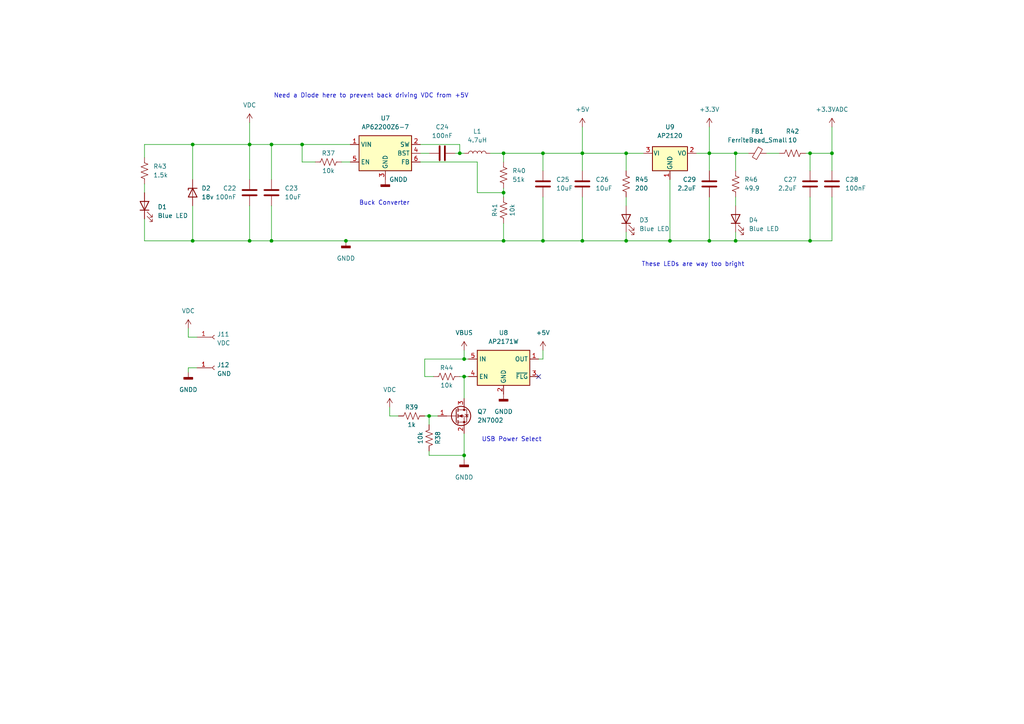
<source format=kicad_sch>
(kicad_sch (version 20211123) (generator eeschema)
  (paper "A4")
  (lib_symbols
    (symbol "Connector:Conn_01x01_Female" (pin_names (offset 1.016) hide)
      (property "Reference" "J" (at 0 2.54 0))
      (property "Value" "Conn_01x01_Female" (at 0 -2.54 0))
      (symbol "Conn_01x01_Female_1_1"
        (polyline (pts (xy -1.27 0) (xy -0.508 0)) (stroke (width 0.1524)))
        (arc (start 0 0.508) (mid -0.508 0) (end 0 -0.508) (stroke (width 0.1524)))
        (pin passive line (at -5.08 0 0) (length 3.81) (name "Pin_1") (number "1"))
      )
    )
    (symbol "Device:C" (pin_numbers hide) (pin_names (offset 0.254))
      (property "Reference" "C" (at 0.635 2.54 0))
      (property "Value" "C" (at 0.635 -2.54 0))
      (symbol "C_0_1"
        (polyline (pts (xy -2.032 -0.762) (xy 2.032 -0.762)) (stroke (width 0.508)))
        (polyline (pts (xy -2.032 0.762) (xy 2.032 0.762)) (stroke (width 0.508)))
      )
      (symbol "C_1_1"
        (pin passive line (at 0 3.81 270) (length 2.794) (name "~") (number "1"))
        (pin passive line (at 0 -3.81 90) (length 2.794) (name "~") (number "2"))
      )
    )
    (symbol "Device:D_Zener" (pin_numbers hide) (pin_names (offset 1.016) hide)
      (property "Reference" "D" (at 0 2.54 0))
      (property "Value" "D_Zener" (at 0 -2.54 0))
      (symbol "D_Zener_0_1"
        (polyline (pts (xy 1.27 0) (xy -1.27 0)))
        (polyline (pts (xy -1.27 -1.27) (xy -1.27 1.27) (xy -0.762 1.27)) (stroke (width 0.254)))
        (polyline (pts (xy 1.27 -1.27) (xy 1.27 1.27) (xy -1.27 0) (xy 1.27 -1.27)) (stroke (width 0.254)))
      )
      (symbol "D_Zener_1_1"
        (pin passive line (at -3.81 0 0) (length 2.54) (name "K") (number "1"))
        (pin passive line (at 3.81 0 180) (length 2.54) (name "A") (number "2"))
      )
    )
    (symbol "Device:FerriteBead_Small" (pin_numbers hide) (pin_names (offset 0))
      (property "Reference" "FB" (at 1.905 1.27 0))
      (property "Value" "FerriteBead_Small" (at 1.905 -1.27 0))
      (symbol "FerriteBead_Small_0_1"
        (polyline (pts (xy 0 -1.27) (xy 0 -0.7874)))
        (polyline (pts (xy 0 0.889) (xy 0 1.2954)))
        (polyline (pts (xy -1.8288 0.2794) (xy -1.1176 1.4986) (xy 1.8288 -0.2032) (xy 1.1176 -1.4224) (xy -1.8288 0.2794)))
      )
      (symbol "FerriteBead_Small_1_1"
        (pin passive line (at 0 2.54 270) (length 1.27) (name "~") (number "1"))
        (pin passive line (at 0 -2.54 90) (length 1.27) (name "~") (number "2"))
      )
    )
    (symbol "Device:L" (pin_numbers hide) (pin_names (offset 1.016) hide)
      (property "Reference" "L" (at -1.27 0 90))
      (property "Value" "L" (at 1.905 0 90))
      (symbol "L_0_1"
        (arc (start 0 -2.54) (mid 0.635 -1.905) (end 0 -1.27))
        (arc (start 0 -1.27) (mid 0.635 -0.635) (end 0 0))
        (arc (start 0 0) (mid 0.635 0.635) (end 0 1.27))
        (arc (start 0 1.27) (mid 0.635 1.905) (end 0 2.54))
      )
      (symbol "L_1_1"
        (pin passive line (at 0 3.81 270) (length 1.27) (name "1") (number "1"))
        (pin passive line (at 0 -3.81 90) (length 1.27) (name "2") (number "2"))
      )
    )
    (symbol "Device:LED" (pin_numbers hide) (pin_names (offset 1.016) hide)
      (property "Reference" "D" (at 0 2.54 0))
      (property "Value" "LED" (at 0 -2.54 0))
      (symbol "LED_0_1"
        (polyline (pts (xy -1.27 -1.27) (xy -1.27 1.27)) (stroke (width 0.254)))
        (polyline (pts (xy -1.27 0) (xy 1.27 0)))
        (polyline (pts (xy 1.27 -1.27) (xy 1.27 1.27) (xy -1.27 0) (xy 1.27 -1.27)) (stroke (width 0.254)))
        (polyline (pts (xy -3.048 -0.762) (xy -4.572 -2.286) (xy -3.81 -2.286) (xy -4.572 -2.286) (xy -4.572 -1.524)))
        (polyline (pts (xy -1.778 -0.762) (xy -3.302 -2.286) (xy -2.54 -2.286) (xy -3.302 -2.286) (xy -3.302 -1.524)))
      )
      (symbol "LED_1_1"
        (pin passive line (at -3.81 0 0) (length 2.54) (name "K") (number "1"))
        (pin passive line (at 3.81 0 180) (length 2.54) (name "A") (number "2"))
      )
    )
    (symbol "Device:R_US" (pin_numbers hide) (pin_names (offset 0))
      (property "Reference" "R" (at 2.54 0 90))
      (property "Value" "R_US" (at -2.54 0 90))
      (symbol "R_US_0_1"
        (polyline (pts (xy 0 -2.286) (xy 0 -2.54)))
        (polyline (pts (xy 0 2.286) (xy 0 2.54)))
        (polyline (pts (xy 0 -0.762) (xy 1.016 -1.143) (xy 0 -1.524) (xy -1.016 -1.905) (xy 0 -2.286)))
        (polyline (pts (xy 0 0.762) (xy 1.016 0.381) (xy 0 0) (xy -1.016 -0.381) (xy 0 -0.762)))
        (polyline (pts (xy 0 2.286) (xy 1.016 1.905) (xy 0 1.524) (xy -1.016 1.143) (xy 0 0.762)))
      )
      (symbol "R_US_1_1"
        (pin passive line (at 0 3.81 270) (length 1.27) (name "~") (number "1"))
        (pin passive line (at 0 -3.81 90) (length 1.27) (name "~") (number "2"))
      )
    )
    (symbol "Power_Management:AP2171W"
      (property "Reference" "U" (at -7.62 -6.35 0))
      (property "Value" "AP2171W" (at -7.62 6.35 0))
      (symbol "AP2171W_0_1"
        (rectangle (start -7.62 5.08) (end 7.62 -5.08) (stroke (width 0.254)) (fill (type background)))
      )
      (symbol "AP2171W_1_1"
        (pin power_out line (at 10.16 2.54 180) (length 2.54) (name "OUT") (number "1"))
        (pin power_in line (at 0 -7.62 90) (length 2.54) (name "GND") (number "2"))
        (pin open_collector line (at 10.16 -2.54 180) (length 2.54) (name "~{FLG}") (number "3"))
        (pin input line (at -10.16 -2.54 0) (length 2.54) (name "EN") (number "4"))
        (pin power_in line (at -10.16 2.54 0) (length 2.54) (name "IN") (number "5"))
      )
    )
    (symbol "Regulator_Linear:AP2127N-3.3" (pin_names (offset 0.254))
      (property "Reference" "U" (at -3.81 3.175 0))
      (property "Value" "AP2127N-3.3" (at 0 3.175 0))
      (symbol "AP2127N-3.3_0_1"
        (rectangle (start -5.08 1.905) (end 5.08 -5.08) (stroke (width 0.254)) (fill (type background)))
      )
      (symbol "AP2127N-3.3_1_1"
        (pin power_in line (at 0 -7.62 90) (length 2.54) (name "GND") (number "1"))
        (pin power_out line (at 7.62 0 180) (length 2.54) (name "VO") (number "2"))
        (pin power_in line (at -7.62 0 0) (length 2.54) (name "VI") (number "3"))
      )
    )
    (symbol "Regulator_Switching:AP62250Z6"
      (property "Reference" "U" (at -7.62 6.35 0))
      (property "Value" "AP62250Z6" (at 6.35 -6.35 0))
      (symbol "AP62250Z6_0_1"
        (rectangle (start -7.62 5.08) (end 7.62 -5.08) (stroke (width 0.254)) (fill (type background)))
      )
      (symbol "AP62250Z6_1_1"
        (pin power_in line (at -10.16 2.54 0) (length 2.54) (name "VIN") (number "1"))
        (pin output line (at 10.16 2.54 180) (length 2.54) (name "SW") (number "2"))
        (pin power_in line (at 0 -7.62 90) (length 2.54) (name "GND") (number "3"))
        (pin passive line (at 10.16 0 180) (length 2.54) (name "BST") (number "4"))
        (pin input line (at -10.16 -2.54 0) (length 2.54) (name "EN") (number "5"))
        (pin input line (at 10.16 -2.54 180) (length 2.54) (name "FB") (number "6"))
      )
    )
    (symbol "Transistor_FET:2N7002" (pin_names hide)
      (property "Reference" "Q" (at 5.08 1.905 0))
      (property "Value" "2N7002" (at 5.08 0 0))
      (symbol "2N7002_0_1"
        (polyline (pts (xy 0.254 0) (xy -2.54 0)))
        (polyline (pts (xy 0.254 1.905) (xy 0.254 -1.905)) (stroke (width 0.254)))
        (polyline (pts (xy 0.762 -1.27) (xy 0.762 -2.286)) (stroke (width 0.254)))
        (polyline (pts (xy 0.762 0.508) (xy 0.762 -0.508)) (stroke (width 0.254)))
        (polyline (pts (xy 0.762 2.286) (xy 0.762 1.27)) (stroke (width 0.254)))
        (polyline (pts (xy 2.54 2.54) (xy 2.54 1.778)))
        (polyline (pts (xy 2.54 -2.54) (xy 2.54 0) (xy 0.762 0)))
        (polyline (pts (xy 0.762 -1.778) (xy 3.302 -1.778) (xy 3.302 1.778) (xy 0.762 1.778)))
        (polyline (pts (xy 1.016 0) (xy 2.032 0.381) (xy 2.032 -0.381) (xy 1.016 0)) (fill (type outline)))
        (polyline (pts (xy 2.794 0.508) (xy 2.921 0.381) (xy 3.683 0.381) (xy 3.81 0.254)))
        (polyline (pts (xy 3.302 0.381) (xy 2.921 -0.254) (xy 3.683 -0.254) (xy 3.302 0.381)))
        (circle (center 1.651 0) (radius 2.794) (stroke (width 0.254)))
        (circle (center 2.54 -1.778) (radius 0.254) (fill (type outline)))
        (circle (center 2.54 1.778) (radius 0.254) (fill (type outline)))
      )
      (symbol "2N7002_1_1"
        (pin input line (at -5.08 0 0) (length 2.54) (name "G") (number "1"))
        (pin passive line (at 2.54 -5.08 90) (length 2.54) (name "S") (number "2"))
        (pin passive line (at 2.54 5.08 270) (length 2.54) (name "D") (number "3"))
      )
    )
    (symbol "power:+3.3V" (power) (pin_names (offset 0))
      (property "Value" "+3.3V" (at 0 3.556 0))
      (symbol "+3.3V_0_1"
        (polyline (pts (xy -0.762 1.27) (xy 0 2.54)))
        (polyline (pts (xy 0 0) (xy 0 2.54)))
        (polyline (pts (xy 0 2.54) (xy 0.762 1.27)))
      )
      (symbol "+3.3V_1_1"
        (pin power_in line (at 0 0 90) (length 0) hide (name "+3.3V") (number "1"))
      )
    )
    (symbol "power:+3.3VADC" (power) (pin_names (offset 0))
      (property "Value" "+3.3VADC" (at 0 2.54 0))
      (symbol "+3.3VADC_0_0"
        (pin power_in line (at 0 0 90) (length 0) hide (name "+3.3VADC") (number "1"))
      )
      (symbol "+3.3VADC_0_1"
        (polyline (pts (xy -0.762 1.27) (xy 0 2.54)))
        (polyline (pts (xy 0 0) (xy 0 2.54)))
        (polyline (pts (xy 0 2.54) (xy 0.762 1.27)))
      )
    )
    (symbol "power:+5V" (power) (pin_names (offset 0))
      (property "Value" "+5V" (at 0 3.556 0))
      (symbol "+5V_0_1"
        (polyline (pts (xy -0.762 1.27) (xy 0 2.54)))
        (polyline (pts (xy 0 0) (xy 0 2.54)))
        (polyline (pts (xy 0 2.54) (xy 0.762 1.27)))
      )
      (symbol "+5V_1_1"
        (pin power_in line (at 0 0 90) (length 0) hide (name "+5V") (number "1"))
      )
    )
    (symbol "power:GNDD" (power) (pin_names (offset 0))
      (property "Value" "GNDD" (at 0 -3.175 0))
      (symbol "GNDD_0_1"
        (rectangle (start -1.27 -1.524) (end 1.27 -2.032) (stroke (width 0.254)) (fill (type outline)))
        (polyline (pts (xy 0 0) (xy 0 -1.524)))
      )
      (symbol "GNDD_1_1"
        (pin power_in line (at 0 0 270) (length 0) hide (name "GNDD") (number "1"))
      )
    )
    (symbol "power:VBUS" (power) (pin_names (offset 0))
      (property "Value" "VBUS" (at 0 3.81 0))
      (symbol "VBUS_0_1"
        (polyline (pts (xy -0.762 1.27) (xy 0 2.54)))
        (polyline (pts (xy 0 0) (xy 0 2.54)))
        (polyline (pts (xy 0 2.54) (xy 0.762 1.27)))
      )
      (symbol "VBUS_1_1"
        (pin power_in line (at 0 0 90) (length 0) hide (name "VBUS") (number "1"))
      )
    )
    (symbol "power:VDC" (power) (pin_names (offset 0))
      (property "Value" "VDC" (at 0 6.35 0))
      (symbol "VDC_0_1"
        (polyline (pts (xy -0.762 1.27) (xy 0 2.54)))
        (polyline (pts (xy 0 0) (xy 0 2.54)))
        (polyline (pts (xy 0 2.54) (xy 0.762 1.27)))
      )
      (symbol "VDC_1_1"
        (pin power_in line (at 0 0 90) (length 0) hide (name "VDC") (number "1"))
      )
    )
  )
  (junction (at 72.39 69.85))
  (junction (at 134.62 132.08))
  (junction (at 205.74 69.85))
  (junction (at 213.36 69.85))
  (junction (at 181.61 44.45))
  (junction (at 181.61 69.85))
  (junction (at 100.33 69.85))
  (junction (at 168.91 69.85))
  (junction (at 87.63 41.91))
  (junction (at 213.36 44.45))
  (junction (at 146.05 44.45))
  (junction (at 241.3 44.45))
  (junction (at 78.74 41.91))
  (junction (at 55.88 69.85))
  (junction (at 134.62 109.22))
  (junction (at 157.48 44.45))
  (junction (at 194.31 69.85))
  (junction (at 124.46 120.65))
  (junction (at 205.74 44.45))
  (junction (at 234.95 44.45))
  (junction (at 78.74 69.85))
  (junction (at 157.48 69.85))
  (junction (at 134.62 104.14))
  (junction (at 234.95 69.85))
  (junction (at 133.35 44.45))
  (junction (at 55.88 41.91))
  (junction (at 168.91 44.45))
  (junction (at 146.05 55.88))
  (junction (at 146.05 69.85))
  (junction (at 72.39 41.91))
  (no_connect (at 156.21 109.22))
  (wire (pts (xy 121.92 46.99) (xy 138.43 46.99)))
  (wire (pts (xy 55.88 52.07) (xy 55.88 41.91)))
  (wire (pts (xy 181.61 57.15) (xy 181.61 59.69)))
  (wire (pts (xy 134.62 109.22) (xy 135.89 109.22)))
  (wire (pts (xy 142.24 44.45) (xy 146.05 44.45)))
  (wire (pts (xy 157.48 104.14) (xy 156.21 104.14)))
  (wire (pts (xy 234.95 69.85) (xy 213.36 69.85)))
  (wire (pts (xy 41.91 45.72) (xy 41.91 41.91)))
  (wire (pts (xy 41.91 69.85) (xy 55.88 69.85)))
  (wire (pts (xy 241.3 69.85) (xy 234.95 69.85)))
  (wire (pts (xy 124.46 120.65) (xy 124.46 123.19)))
  (wire (pts (xy 234.95 44.45) (xy 241.3 44.45)))
  (wire (pts (xy 157.48 57.15) (xy 157.48 69.85)))
  (wire (pts (xy 168.91 57.15) (xy 168.91 69.85)))
  (wire (pts (xy 72.39 59.69) (xy 72.39 69.85)))
  (wire (pts (xy 72.39 41.91) (xy 72.39 52.07)))
  (wire (pts (xy 168.91 36.83) (xy 168.91 44.45)))
  (wire (pts (xy 146.05 55.88) (xy 146.05 57.15)))
  (wire (pts (xy 125.73 109.22) (xy 123.19 109.22)))
  (wire (pts (xy 113.03 120.65) (xy 115.57 120.65)))
  (wire (pts (xy 234.95 44.45) (xy 234.95 49.53)))
  (wire (pts (xy 124.46 130.81) (xy 124.46 132.08)))
  (wire (pts (xy 234.95 57.15) (xy 234.95 69.85)))
  (wire (pts (xy 123.19 104.14) (xy 134.62 104.14)))
  (wire (pts (xy 134.62 125.73) (xy 134.62 132.08)))
  (wire (pts (xy 113.03 118.11) (xy 113.03 120.65)))
  (wire (pts (xy 181.61 44.45) (xy 186.69 44.45)))
  (wire (pts (xy 101.6 41.91) (xy 87.63 41.91)))
  (wire (pts (xy 213.36 67.31) (xy 213.36 69.85)))
  (wire (pts (xy 205.74 44.45) (xy 205.74 49.53)))
  (wire (pts (xy 138.43 55.88) (xy 146.05 55.88)))
  (wire (pts (xy 124.46 132.08) (xy 134.62 132.08)))
  (wire (pts (xy 133.35 41.91) (xy 133.35 44.45)))
  (wire (pts (xy 181.61 67.31) (xy 181.61 69.85)))
  (wire (pts (xy 213.36 44.45) (xy 217.17 44.45)))
  (wire (pts (xy 133.35 44.45) (xy 132.08 44.45)))
  (wire (pts (xy 205.74 57.15) (xy 205.74 69.85)))
  (wire (pts (xy 54.61 95.25) (xy 54.61 97.79)))
  (wire (pts (xy 78.74 41.91) (xy 78.74 52.07)))
  (wire (pts (xy 78.74 69.85) (xy 100.33 69.85)))
  (wire (pts (xy 157.48 101.6) (xy 157.48 104.14)))
  (wire (pts (xy 54.61 106.68) (xy 57.15 106.68)))
  (wire (pts (xy 87.63 41.91) (xy 78.74 41.91)))
  (wire (pts (xy 222.25 44.45) (xy 226.06 44.45)))
  (wire (pts (xy 134.62 109.22) (xy 134.62 115.57)))
  (wire (pts (xy 194.31 52.07) (xy 194.31 69.85)))
  (wire (pts (xy 123.19 109.22) (xy 123.19 104.14)))
  (wire (pts (xy 72.39 35.56) (xy 72.39 41.91)))
  (wire (pts (xy 205.74 36.83) (xy 205.74 44.45)))
  (wire (pts (xy 241.3 36.83) (xy 241.3 44.45)))
  (wire (pts (xy 55.88 69.85) (xy 72.39 69.85)))
  (wire (pts (xy 213.36 57.15) (xy 213.36 59.69)))
  (wire (pts (xy 168.91 44.45) (xy 168.91 49.53)))
  (wire (pts (xy 168.91 44.45) (xy 181.61 44.45)))
  (wire (pts (xy 41.91 41.91) (xy 55.88 41.91)))
  (wire (pts (xy 157.48 44.45) (xy 168.91 44.45)))
  (wire (pts (xy 99.06 46.99) (xy 101.6 46.99)))
  (wire (pts (xy 41.91 53.34) (xy 41.91 55.88)))
  (wire (pts (xy 146.05 64.77) (xy 146.05 69.85)))
  (wire (pts (xy 134.62 132.08) (xy 134.62 133.35)))
  (wire (pts (xy 213.36 69.85) (xy 205.74 69.85)))
  (wire (pts (xy 54.61 107.95) (xy 54.61 106.68)))
  (wire (pts (xy 168.91 69.85) (xy 157.48 69.85)))
  (wire (pts (xy 201.93 44.45) (xy 205.74 44.45)))
  (wire (pts (xy 241.3 44.45) (xy 241.3 49.53)))
  (wire (pts (xy 133.35 109.22) (xy 134.62 109.22)))
  (wire (pts (xy 205.74 69.85) (xy 194.31 69.85)))
  (wire (pts (xy 181.61 69.85) (xy 168.91 69.85)))
  (wire (pts (xy 134.62 101.6) (xy 134.62 104.14)))
  (wire (pts (xy 241.3 57.15) (xy 241.3 69.85)))
  (wire (pts (xy 233.68 44.45) (xy 234.95 44.45)))
  (wire (pts (xy 124.46 120.65) (xy 127 120.65)))
  (wire (pts (xy 213.36 44.45) (xy 213.36 49.53)))
  (wire (pts (xy 123.19 120.65) (xy 124.46 120.65)))
  (wire (pts (xy 78.74 41.91) (xy 72.39 41.91)))
  (wire (pts (xy 78.74 59.69) (xy 78.74 69.85)))
  (wire (pts (xy 205.74 44.45) (xy 213.36 44.45)))
  (wire (pts (xy 55.88 69.85) (xy 55.88 59.69)))
  (wire (pts (xy 72.39 69.85) (xy 78.74 69.85)))
  (wire (pts (xy 181.61 69.85) (xy 194.31 69.85)))
  (wire (pts (xy 146.05 44.45) (xy 157.48 44.45)))
  (wire (pts (xy 138.43 46.99) (xy 138.43 55.88)))
  (wire (pts (xy 121.92 44.45) (xy 124.46 44.45)))
  (wire (pts (xy 133.35 44.45) (xy 134.62 44.45)))
  (wire (pts (xy 157.48 69.85) (xy 146.05 69.85)))
  (wire (pts (xy 157.48 44.45) (xy 157.48 49.53)))
  (wire (pts (xy 146.05 44.45) (xy 146.05 46.99)))
  (wire (pts (xy 91.44 46.99) (xy 87.63 46.99)))
  (wire (pts (xy 41.91 63.5) (xy 41.91 69.85)))
  (wire (pts (xy 55.88 41.91) (xy 72.39 41.91)))
  (wire (pts (xy 181.61 49.53) (xy 181.61 44.45)))
  (wire (pts (xy 134.62 104.14) (xy 135.89 104.14)))
  (wire (pts (xy 100.33 69.85) (xy 146.05 69.85)))
  (wire (pts (xy 87.63 46.99) (xy 87.63 41.91)))
  (wire (pts (xy 121.92 41.91) (xy 133.35 41.91)))
  (wire (pts (xy 146.05 54.61) (xy 146.05 55.88)))
  (wire (pts (xy 54.61 97.79) (xy 57.15 97.79)))
  (text "Buck Converter" (at 104.14 59.69 0) (effects (font (size 1.27 1.27)) (justify left bottom)))
  (text "USB Power Select" (at 139.7 128.27 0) (effects (font (size 1.27 1.27)) (justify left bottom)))
  (text "These LEDs are way too bright" (at 186.055 77.47 0) (effects (font (size 1.27 1.27)) (justify left bottom)))
  (text "Need a Diode here to prevent back driving VDC from +5V\n" (at 79.375 28.575 0) (effects (font (size 1.27 1.27)) (justify left bottom)))
  (symbol (lib_id "Device:R_US") (at 95.25 46.99 90) (unit 1)
    (property "Reference" "R37" (at 95.25 44.45 90))
    (property "Value" "10k" (at 95.25 49.53 90))
    (property "Footprint" "Resistor_SMD:R_0402_1005Metric" (effects hide))
    (property "JLCPCB" "C25744" (effects hide))
  )
  (symbol (lib_id "Device:LED") (at 213.36 63.5 90) (unit 1)
    (property "Reference" "D4" (at 217.17 63.8174 90) (effects (justify right)))
    (property "Value" "Blue LED" (at 217.17 66.3574 90) (effects (justify right)))
    (property "Footprint" "Diode_SMD:D_0603_1608Metric" (effects hide))
    (property "JLCPCB" "C72041" (effects hide))
  )
  (symbol (lib_id "power:GNDD") (at 111.76 52.07 0) (unit 1)
    (property "Reference" "#PWR029" (effects hide))
    (property "Value" "GNDD" (at 115.57 52.07 0))
  )
  (symbol (lib_id "Device:R_US") (at 181.61 53.34 0) (unit 1)
    (property "Reference" "R45" (at 184.15 52.0699 0) (effects (justify left)))
    (property "Value" "200" (at 184.15 54.6099 0) (effects (justify left)))
    (property "Footprint" "Resistor_SMD:R_0402_1005Metric" (effects hide))
    (property "JLCPCB" "C25087" (effects hide))
  )
  (symbol (lib_id "Device:R_US") (at 146.05 50.8 0) (unit 1)
    (property "Reference" "R40" (at 148.59 49.5299 0) (effects (justify left)))
    (property "Value" "51k" (at 148.59 52.0699 0) (effects (justify left)))
    (property "Footprint" "Resistor_SMD:R_0402_1005Metric" (effects hide))
    (property "JLCPCB" "C25794" (effects hide))
  )
  (symbol (lib_id "power:VDC") (at 54.61 95.25 0) (unit 1)
    (property "Reference" "#PWR0139" (effects hide))
    (property "Value" "VDC" (at 54.61 90.17 0))
  )
  (symbol (lib_id "Regulator_Switching:AP62250Z6") (at 111.76 44.45 0) (unit 1)
    (property "Reference" "U7" (at 111.76 34.29 0))
    (property "Value" "AP62200Z6-7" (at 111.76 36.83 0))
    (property "Footprint" "Package_TO_SOT_SMD:SOT-563" (effects hide))
    (property "Datasheet" "https://www.diodes.com/assets/Datasheets/AP62250.pdf" (effects hide))
    (property "DigiKey" "31-AP62200Z6-7CT-ND" (effects hide))
  )
  (symbol (lib_id "power:GNDD") (at 146.05 114.3 0) (unit 1)
    (property "Reference" "#PWR036" (effects hide))
    (property "Value" "GNDD" (at 146.05 119.38 0))
  )
  (symbol (lib_id "power:VDC") (at 72.39 35.56 0) (unit 1)
    (property "Reference" "#PWR027" (effects hide))
    (property "Value" "VDC" (at 72.39 30.48 0))
  )
  (symbol (lib_id "Device:L") (at 138.43 44.45 90) (unit 1)
    (property "Reference" "L1" (at 138.43 38.1 90))
    (property "Value" "4.7uH" (at 138.43 40.64 90))
    (property "Footprint" "Inductor_SMD:L_Bourns-SRN6028" (effects hide))
    (property "DigiKey" "587-2100-1-ND" (effects hide))
  )
  (symbol (lib_id "power:+5V") (at 168.91 36.83 0) (unit 1)
    (property "Reference" "#PWR030" (effects hide))
    (property "Value" "+5V" (at 168.91 31.75 0))
  )
  (symbol (lib_id "Device:R_US") (at 229.87 44.45 90) (unit 1)
    (property "Reference" "R42" (at 229.87 38.1 90))
    (property "Value" "10" (at 229.87 40.64 90))
    (property "Footprint" "Resistor_SMD:R_0402_1005Metric" (effects hide))
    (property "JLCPCB" "C25077" (effects hide))
  )
  (symbol (lib_id "Device:R_US") (at 41.91 49.53 0) (unit 1)
    (property "Reference" "R43" (at 44.45 48.2599 0) (effects (justify left)))
    (property "Value" "1.5k" (at 44.45 50.7999 0) (effects (justify left)))
    (property "Footprint" "Resistor_SMD:R_0402_1005Metric" (effects hide))
    (property "JLCPCB" "C25867" (effects hide))
  )
  (symbol (lib_id "power:VDC") (at 113.03 118.11 0) (unit 1)
    (property "Reference" "#PWR032" (effects hide))
    (property "Value" "VDC" (at 113.03 113.03 0))
  )
  (symbol (lib_id "power:+3.3VADC") (at 241.3 36.83 0) (unit 1)
    (property "Reference" "#PWR033" (effects hide))
    (property "Value" "+3.3VADC" (at 241.3 31.75 0))
  )
  (symbol (lib_id "power:GNDD") (at 134.62 133.35 0) (unit 1)
    (property "Reference" "#PWR035" (effects hide))
    (property "Value" "GNDD" (at 134.62 138.43 0))
  )
  (symbol (lib_id "Device:R_US") (at 213.36 53.34 0) (unit 1)
    (property "Reference" "R46" (at 215.9 52.0699 0) (effects (justify left)))
    (property "Value" "49.9" (at 215.9 54.6099 0) (effects (justify left)))
    (property "Footprint" "Resistor_SMD:R_0402_1005Metric" (effects hide))
    (property "JLCPCB" "C25120" (effects hide))
  )
  (symbol (lib_id "Transistor_FET:2N7002") (at 132.08 120.65 0) (unit 1)
    (property "Reference" "Q7" (at 138.43 119.3799 0) (effects (justify left)))
    (property "Value" "2N7002" (at 138.43 121.9199 0) (effects (justify left)))
    (property "Footprint" "Package_TO_SOT_SMD:SOT-23" (effects hide))
    (property "Datasheet" "https://www.onsemi.com/pub/Collateral/NDS7002A-D.PDF" (effects hide))
    (property "JLCPCB" "C8545" (effects hide))
  )
  (symbol (lib_id "Device:C") (at 241.3 53.34 0) (unit 1)
    (property "Reference" "C28" (at 245.11 52.0699 0) (effects (justify left)))
    (property "Value" "100nF" (at 245.11 54.6099 0) (effects (justify left)))
    (property "Footprint" "Capacitor_SMD:C_0402_1005Metric" (effects hide))
    (property "JLCPCB" "C307331" (effects hide))
  )
  (symbol (lib_id "Device:C") (at 72.39 55.88 0) (mirror x) (unit 1)
    (property "Reference" "C22" (at 68.58 54.6099 0) (effects (justify right)))
    (property "Value" "100nF" (at 68.58 57.1499 0) (effects (justify right)))
    (property "Footprint" "Capacitor_SMD:C_0402_1005Metric" (effects hide))
    (property "JLCPCB" "C307331" (effects hide))
  )
  (symbol (lib_id "Device:C") (at 205.74 53.34 0) (mirror x) (unit 1)
    (property "Reference" "C29" (at 201.93 52.0699 0) (effects (justify right)))
    (property "Value" "2.2uF" (at 201.93 54.6099 0) (effects (justify right)))
    (property "Footprint" "Capacitor_SMD:C_0805_2012Metric" (effects hide))
    (property "JLCPCB" "C49217" (effects hide))
  )
  (symbol (lib_id "Connector:Conn_01x01_Female") (at 62.23 106.68 0) (unit 1)
    (property "Reference" "J12" (at 62.9412 105.8453 0) (effects (justify left)))
    (property "Value" "GND" (at 62.9412 108.3822 0) (effects (justify left)))
    (property "Footprint" "TestPoint:TestPoint_Pad_4.0x4.0mm" (effects hide))
    (property "DigiKey" "N/A" (effects hide))
  )
  (symbol (lib_id "Device:LED") (at 41.91 59.69 90) (unit 1)
    (property "Reference" "D1" (at 45.72 60.0074 90) (effects (justify right)))
    (property "Value" "Blue LED" (at 45.72 62.5474 90) (effects (justify right)))
    (property "Footprint" "Diode_SMD:D_0603_1608Metric" (effects hide))
    (property "JLCPCB" "C72041" (effects hide))
  )
  (symbol (lib_id "Device:C") (at 128.27 44.45 270) (mirror x) (unit 1)
    (property "Reference" "C24" (at 128.27 36.83 90))
    (property "Value" "100nF" (at 128.27 39.37 90))
    (property "Footprint" "Capacitor_SMD:C_0402_1005Metric" (effects hide))
    (property "JLCPCB" "C307331" (effects hide))
  )
  (symbol (lib_id "Device:C") (at 157.48 53.34 0) (unit 1)
    (property "Reference" "C25" (at 161.29 52.0699 0) (effects (justify left)))
    (property "Value" "10uF" (at 161.29 54.6099 0) (effects (justify left)))
    (property "Footprint" "Capacitor_SMD:C_0805_2012Metric" (effects hide))
    (property "JLCPCB" "C440198" (effects hide))
  )
  (symbol (lib_id "Device:C") (at 168.91 53.34 0) (unit 1)
    (property "Reference" "C26" (at 172.72 52.0699 0) (effects (justify left)))
    (property "Value" "10uF" (at 172.72 54.6099 0) (effects (justify left)))
    (property "Footprint" "Capacitor_SMD:C_0805_2012Metric" (effects hide))
    (property "JLCPCB" "C440198" (effects hide))
  )
  (symbol (lib_id "Device:FerriteBead_Small") (at 219.71 44.45 90) (unit 1)
    (property "Reference" "FB1" (at 219.6719 38.1 90))
    (property "Value" "FerriteBead_Small" (at 219.6719 40.64 90))
    (property "Footprint" "Resistor_SMD:R_0603_1608Metric" (effects hide))
    (property "JLCPCB" "C1002" (effects hide))
  )
  (symbol (lib_id "power:GNDD") (at 100.33 69.85 0) (unit 1)
    (property "Reference" "#PWR028" (effects hide))
    (property "Value" "GNDD" (at 100.33 74.93 0))
  )
  (symbol (lib_id "Connector:Conn_01x01_Female") (at 62.23 97.79 0) (unit 1)
    (property "Reference" "J11" (at 62.9412 96.9553 0) (effects (justify left)))
    (property "Value" "VDC" (at 62.9412 99.4922 0) (effects (justify left)))
    (property "Footprint" "TestPoint:TestPoint_Pad_4.0x4.0mm" (effects hide))
    (property "DigiKey" "N/A" (effects hide))
  )
  (symbol (lib_id "Device:R_US") (at 129.54 109.22 90) (unit 1)
    (property "Reference" "R44" (at 129.54 106.68 90))
    (property "Value" "10k" (at 129.54 111.76 90))
    (property "Footprint" "Resistor_SMD:R_0402_1005Metric" (effects hide))
    (property "JLCPCB" "C25744" (effects hide))
  )
  (symbol (lib_id "Device:R_US") (at 146.05 60.96 180) (unit 1)
    (property "Reference" "R41" (at 143.51 60.96 90))
    (property "Value" "10k" (at 148.59 60.96 90))
    (property "Footprint" "Resistor_SMD:R_0402_1005Metric" (effects hide))
    (property "JLCPCB" "C25744" (effects hide))
  )
  (symbol (lib_id "power:+5V") (at 157.48 101.6 0) (unit 1)
    (property "Reference" "#PWR037" (effects hide))
    (property "Value" "+5V" (at 157.48 96.52 0))
  )
  (symbol (lib_id "Device:C") (at 234.95 53.34 0) (mirror x) (unit 1)
    (property "Reference" "C27" (at 231.14 52.0699 0) (effects (justify right)))
    (property "Value" "2.2uF" (at 231.14 54.6099 0) (effects (justify right)))
    (property "Footprint" "Capacitor_SMD:C_0805_2012Metric" (effects hide))
    (property "JLCPCB" "C49217" (effects hide))
  )
  (symbol (lib_id "Device:R_US") (at 124.46 127 0) (mirror x) (unit 1)
    (property "Reference" "R38" (at 127 127 90))
    (property "Value" "10k" (at 121.92 127 90))
    (property "Footprint" "Resistor_SMD:R_0402_1005Metric" (effects hide))
    (property "JLCPCB" "C25744" (effects hide))
  )
  (symbol (lib_id "power:+3.3V") (at 205.74 36.83 0) (unit 1)
    (property "Reference" "#PWR031" (effects hide))
    (property "Value" "+3.3V" (at 205.74 31.75 0))
  )
  (symbol (lib_id "power:GNDD") (at 54.61 107.95 0) (unit 1)
    (property "Reference" "#PWR0140" (effects hide))
    (property "Value" "GNDD" (at 54.61 113.03 0))
  )
  (symbol (lib_id "Power_Management:AP2171W") (at 146.05 106.68 0) (unit 1)
    (property "Reference" "U8" (at 146.05 96.52 0))
    (property "Value" "AP2171W" (at 146.05 99.06 0))
    (property "Footprint" "Package_TO_SOT_SMD:SOT-23-5" (effects hide))
    (property "Datasheet" "https://www.diodes.com/assets/Datasheets/AP2161.pdf" (effects hide))
    (property "DigiKey" "AP2171WGDICT-ND" (effects hide))
  )
  (symbol (lib_id "power:VBUS") (at 134.62 101.6 0) (unit 1)
    (property "Reference" "#PWR034" (effects hide))
    (property "Value" "VBUS" (at 134.62 96.52 0))
  )
  (symbol (lib_id "Device:C") (at 78.74 55.88 0) (unit 1)
    (property "Reference" "C23" (at 82.55 54.6099 0) (effects (justify left)))
    (property "Value" "10uF" (at 82.55 57.1499 0) (effects (justify left)))
    (property "Footprint" "Capacitor_SMD:C_0805_2012Metric" (effects hide))
    (property "JLCPCB" "C440198" (effects hide))
  )
  (symbol (lib_id "Device:D_Zener") (at 55.88 55.88 90) (mirror x) (unit 1)
    (property "Reference" "D2" (at 58.42 54.6099 90) (effects (justify right)))
    (property "Value" "18v" (at 58.42 57.1499 90) (effects (justify right)))
    (property "Footprint" "Diode_SMD:D_SMA" (effects hide))
    (property "DigiKey" "SMAZ18-FDICT-ND" (effects hide))
  )
  (symbol (lib_id "Regulator_Linear:AP2127N-3.3") (at 194.31 44.45 0) (unit 1)
    (property "Reference" "U9" (at 194.31 36.83 0))
    (property "Value" "AP2120" (at 194.31 39.37 0))
    (property "Footprint" "Package_TO_SOT_SMD:SOT-23" (effects hide))
    (property "Datasheet" "https://www.diodes.com/assets/Datasheets/AP2127.pdf" (effects hide))
    (property "DigiKey" "AP2120N-3.3TRG1DICT-ND" (effects hide))
  )
  (symbol (lib_id "Device:LED") (at 181.61 63.5 90) (unit 1)
    (property "Reference" "D3" (at 185.42 63.8174 90) (effects (justify right)))
    (property "Value" "Blue LED" (at 185.42 66.3574 90) (effects (justify right)))
    (property "Footprint" "Diode_SMD:D_0603_1608Metric" (effects hide))
    (property "JLCPCB" "C72041" (effects hide))
  )
  (symbol (lib_id "Device:R_US") (at 119.38 120.65 90) (unit 1)
    (property "Reference" "R39" (at 119.38 118.11 90))
    (property "Value" "1k" (at 119.38 123.19 90))
    (property "Footprint" "Resistor_SMD:R_0402_1005Metric" (effects hide))
    (property "JLCPCB" "C11702" (effects hide))
  )
)
</source>
